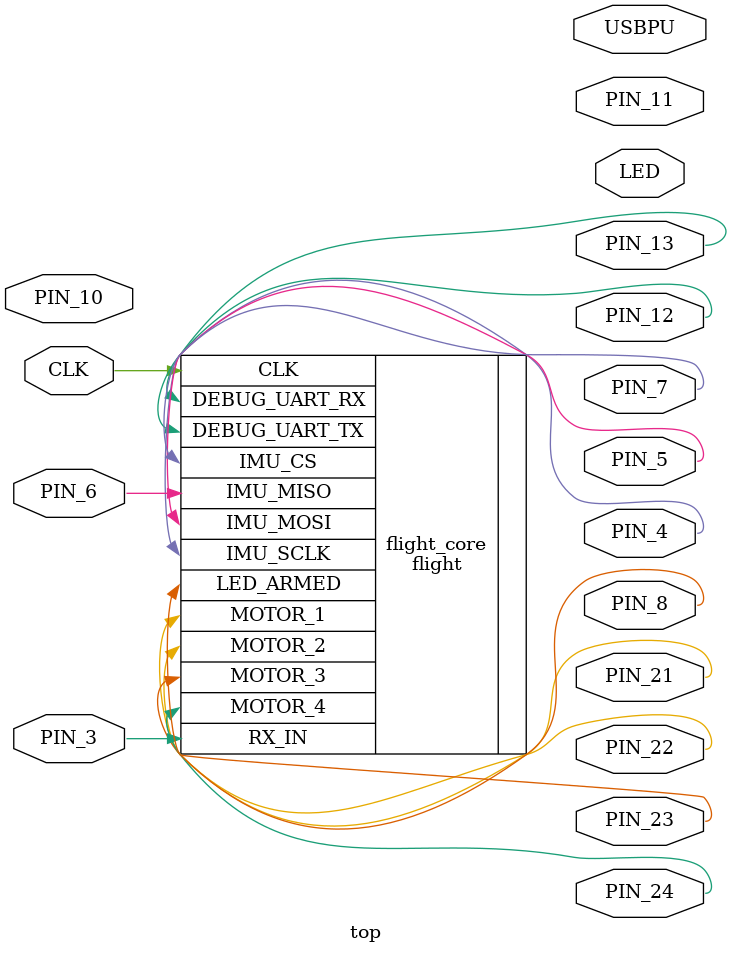
<source format=v>


module top 
(
    input CLK,    // 16MHz clock
    output LED,   // User/boot LED next to power LED
    output USBPU,  // USB pull-up resistor

    // RC Control input
    input PIN_3,
    
    // Gyro SPI master
    output PIN_4, // SCLK
    output PIN_5, // MOSI
    input  PIN_6, // MISO
    output PIN_7, // CS
    output PIN_8, 


    input PIN_10,
    output PIN_11,
    output PIN_12,
    output PIN_13,

    // Motor outputs
    output PIN_21,
    output PIN_22,
    output PIN_23,
    output PIN_24,

    output LED
);


flight #(
  .BASE_FREQ(16_000_000)
) flight_core (
  .CLK(CLK),

  .RX_IN(PIN_3),

  .IMU_SCLK(PIN_4),
  .IMU_MOSI(PIN_5),
  .IMU_MISO(PIN_6),
  .IMU_CS(PIN_7),

  .DEBUG_UART_TX(PIN_12),
  .DEBUG_UART_RX(PIN_13),

  .MOTOR_1(PIN_21),
  .MOTOR_2(PIN_22),
  .MOTOR_3(PIN_23),
  .MOTOR_4(PIN_24),
  
  .LED_ARMED(PIN_8)
);
  
endmodule

</source>
